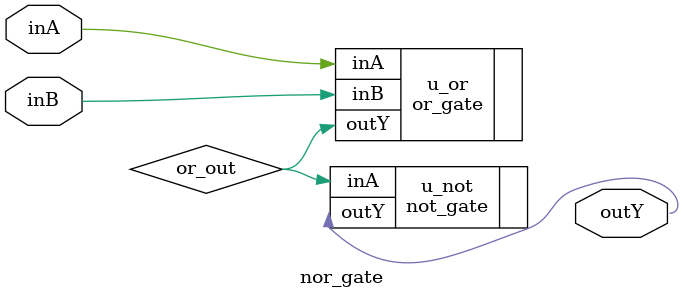
<source format=sv>
module nor_gate (
    input  logic inA,
    input  logic inB,
    output logic outY
);
    logic or_out;

    // Step 1: Use OR gate built from NANDs
    or_gate u_or (
        .inA(inA),
        .inB(inB),
        .outY(or_out)
    );

    // Step 2: NOT the OR result
    not_gate u_not (.inA(or_out), .outY(outY));
endmodule

</source>
